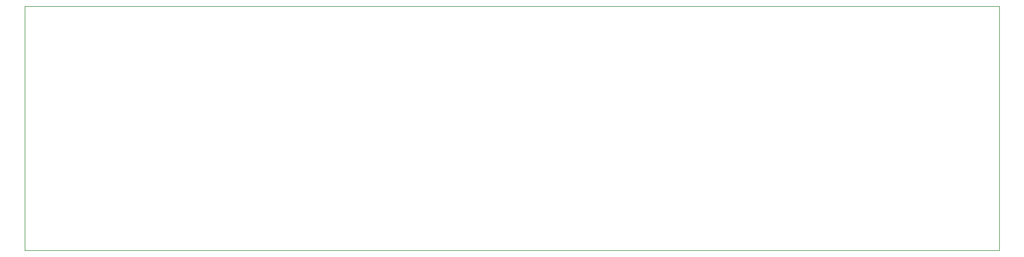
<source format=gbr>
G04 (created by PCBNEW (2013-may-18)-stable) date 2014年02月07日 星期五 16时20分23秒*
%MOIN*%
G04 Gerber Fmt 3.4, Leading zero omitted, Abs format*
%FSLAX34Y34*%
G01*
G70*
G90*
G04 APERTURE LIST*
%ADD10C,0.00590551*%
%ADD11C,0.00393701*%
G04 APERTURE END LIST*
G54D10*
G54D11*
X84400Y-48300D02*
X82400Y-48300D01*
X84400Y-33800D02*
X84400Y-48300D01*
X82400Y-33800D02*
X84400Y-33800D01*
X26600Y-48300D02*
X26600Y-33800D01*
X82400Y-48300D02*
X26600Y-48300D01*
X26600Y-33800D02*
X82400Y-33800D01*
M02*

</source>
